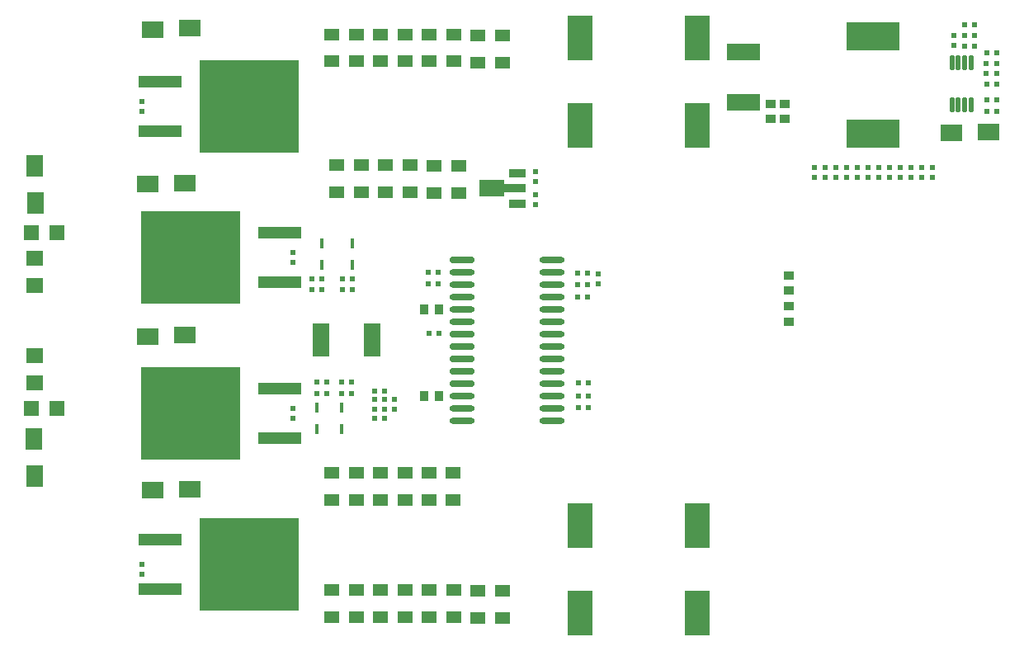
<source format=gtp>
G04*
G04 #@! TF.GenerationSoftware,Altium Limited,Altium Designer,18.1.7 (191)*
G04*
G04 Layer_Color=8421504*
%FSLAX44Y44*%
%MOMM*%
G71*
G01*
G75*
%ADD18O,2.6000X0.7000*%
%ADD19O,2.6000X0.6604*%
%ADD20R,0.6000X0.6000*%
%ADD21R,1.8000X1.6000*%
%ADD22R,0.9800X0.9300*%
%ADD23R,3.4000X1.8000*%
%ADD24R,10.1600X9.5000*%
%ADD25R,4.5000X1.2500*%
%ADD26R,2.2000X1.8000*%
%ADD27R,0.4500X1.0000*%
%ADD28R,0.9300X0.9800*%
%ADD29R,1.5000X1.2000*%
%ADD30R,2.5000X4.6000*%
%ADD31R,1.5000X1.5000*%
%ADD32R,2.6000X1.7000*%
%ADD33R,1.7000X0.9000*%
%ADD34R,2.5000X0.9000*%
G04:AMPARAMS|DCode=35|XSize=1.47mm|YSize=0.48mm|CornerRadius=0.06mm|HoleSize=0mm|Usage=FLASHONLY|Rotation=90.000|XOffset=0mm|YOffset=0mm|HoleType=Round|Shape=RoundedRectangle|*
%AMROUNDEDRECTD35*
21,1,1.4700,0.3600,0,0,90.0*
21,1,1.3500,0.4800,0,0,90.0*
1,1,0.1200,0.1800,0.6750*
1,1,0.1200,0.1800,-0.6750*
1,1,0.1200,-0.1800,-0.6750*
1,1,0.1200,-0.1800,0.6750*
%
%ADD35ROUNDEDRECTD35*%
%ADD36R,5.4000X2.9000*%
%ADD37R,0.6000X0.6000*%
%ADD38R,1.8000X3.4000*%
%ADD39R,1.8000X2.2000*%
D18*
X1189000Y627550D02*
D03*
Y551350D02*
D03*
Y538650D02*
D03*
Y525950D02*
D03*
Y513250D02*
D03*
Y500550D02*
D03*
D19*
Y614850D02*
D03*
Y602150D02*
D03*
Y589450D02*
D03*
Y576750D02*
D03*
Y564050D02*
D03*
Y487850D02*
D03*
Y475150D02*
D03*
Y462450D02*
D03*
X1281000Y627550D02*
D03*
Y614850D02*
D03*
Y602150D02*
D03*
Y589450D02*
D03*
Y576750D02*
D03*
Y564050D02*
D03*
Y551350D02*
D03*
Y538650D02*
D03*
Y525950D02*
D03*
Y513250D02*
D03*
Y500550D02*
D03*
Y487850D02*
D03*
Y475150D02*
D03*
Y462450D02*
D03*
D20*
X1098920Y484000D02*
D03*
X1109080D02*
D03*
X1317080Y589000D02*
D03*
X1306920D02*
D03*
X1317080Y602000D02*
D03*
X1306920D02*
D03*
X1318080Y488000D02*
D03*
X1307920D02*
D03*
X1098920Y474000D02*
D03*
X1109080D02*
D03*
X1164080Y615000D02*
D03*
X1153920D02*
D03*
X1050000Y502000D02*
D03*
X1039840D02*
D03*
X1050000Y490000D02*
D03*
X1039840D02*
D03*
X1045080Y597000D02*
D03*
X1034920D02*
D03*
X1045080Y608000D02*
D03*
X1034920D02*
D03*
X1075080Y502000D02*
D03*
X1064920D02*
D03*
X1075080Y490000D02*
D03*
X1064920D02*
D03*
X1076080Y597000D02*
D03*
X1065920D02*
D03*
X1076080Y608000D02*
D03*
X1065920D02*
D03*
X1165080Y552000D02*
D03*
X1154920D02*
D03*
X1317080Y614000D02*
D03*
X1306920D02*
D03*
X1318080Y476000D02*
D03*
X1307920D02*
D03*
X1153920Y603000D02*
D03*
X1164080D02*
D03*
X1098920Y465000D02*
D03*
X1109080D02*
D03*
X1098920Y493000D02*
D03*
X1109080D02*
D03*
X1737080Y808000D02*
D03*
X1726920D02*
D03*
X1737080Y780000D02*
D03*
X1726920D02*
D03*
Y792000D02*
D03*
X1737080D02*
D03*
X1726920Y840000D02*
D03*
X1737080D02*
D03*
X1703920Y847000D02*
D03*
X1714080D02*
D03*
Y858000D02*
D03*
X1703920D02*
D03*
X1703920Y869000D02*
D03*
X1714080D02*
D03*
X1318080Y501000D02*
D03*
X1307920D02*
D03*
D21*
X750000Y629000D02*
D03*
Y601000D02*
D03*
Y501000D02*
D03*
Y529000D02*
D03*
D22*
X1524000Y579700D02*
D03*
Y564300D02*
D03*
X1505000Y772300D02*
D03*
Y787700D02*
D03*
X1520000Y772300D02*
D03*
Y787700D02*
D03*
X1524000Y611700D02*
D03*
Y596300D02*
D03*
D23*
X1477000Y789000D02*
D03*
Y841000D02*
D03*
D24*
X910000Y630000D02*
D03*
X970000Y785000D02*
D03*
X910000Y470000D02*
D03*
X970000Y315000D02*
D03*
D25*
X1001440Y604600D02*
D03*
Y655400D02*
D03*
X878560Y810400D02*
D03*
Y759600D02*
D03*
X1001440Y444600D02*
D03*
Y495400D02*
D03*
X878560Y340400D02*
D03*
Y289600D02*
D03*
D26*
X866000Y705000D02*
D03*
X904000Y706000D02*
D03*
X1729000Y759000D02*
D03*
X1691000Y758000D02*
D03*
X871000Y864000D02*
D03*
X909000Y865000D02*
D03*
X904000Y550000D02*
D03*
X866000Y549000D02*
D03*
X871000Y391000D02*
D03*
X909000Y392000D02*
D03*
D27*
X1076000Y622000D02*
D03*
Y644000D02*
D03*
X1040000Y476000D02*
D03*
Y454000D02*
D03*
X1045000Y622000D02*
D03*
Y644000D02*
D03*
X1065000Y476000D02*
D03*
Y454000D02*
D03*
D28*
X1164700Y488000D02*
D03*
X1149300D02*
D03*
X1149300Y577000D02*
D03*
X1164700D02*
D03*
D29*
X1080000Y858954D02*
D03*
Y831046D02*
D03*
X1160000Y696046D02*
D03*
Y723954D02*
D03*
X1055034Y289002D02*
D03*
Y261094D02*
D03*
X1230000Y260046D02*
D03*
Y287954D02*
D03*
X1054968Y408906D02*
D03*
Y380998D02*
D03*
X1079968Y408906D02*
D03*
Y380998D02*
D03*
X1129967Y408906D02*
D03*
Y380998D02*
D03*
X1105000Y858954D02*
D03*
Y831046D02*
D03*
X1055000Y858954D02*
D03*
Y831046D02*
D03*
X1179000Y408954D02*
D03*
Y381046D02*
D03*
X1185000Y696046D02*
D03*
Y723954D02*
D03*
X1104967Y408906D02*
D03*
Y380998D02*
D03*
X1205000Y260046D02*
D03*
Y287954D02*
D03*
X1154967Y408906D02*
D03*
Y380998D02*
D03*
X1180000Y261046D02*
D03*
Y288954D02*
D03*
X1155033Y261094D02*
D03*
Y289002D02*
D03*
X1130034Y261094D02*
D03*
Y289002D02*
D03*
X1105034Y261094D02*
D03*
Y289002D02*
D03*
X1080034Y261094D02*
D03*
Y289002D02*
D03*
X1130000Y858954D02*
D03*
Y831046D02*
D03*
X1155000Y858954D02*
D03*
Y831046D02*
D03*
X1180000Y858954D02*
D03*
Y831046D02*
D03*
X1135000Y697046D02*
D03*
Y724954D02*
D03*
X1110000Y697046D02*
D03*
Y724954D02*
D03*
X1085000Y697046D02*
D03*
Y724954D02*
D03*
X1060000Y697046D02*
D03*
Y724954D02*
D03*
X1205000Y857954D02*
D03*
Y830046D02*
D03*
X1229966Y857906D02*
D03*
Y829998D02*
D03*
D30*
X1430000Y765000D02*
D03*
Y855000D02*
D03*
X1310000Y355000D02*
D03*
Y265000D02*
D03*
X1430000Y355000D02*
D03*
Y265000D02*
D03*
X1310000Y765000D02*
D03*
Y855000D02*
D03*
D31*
X772954Y655000D02*
D03*
X747046D02*
D03*
X772954Y475000D02*
D03*
X747046D02*
D03*
D32*
X1219000Y701000D02*
D03*
D33*
X1245000Y716000D02*
D03*
Y685000D02*
D03*
D34*
X1241000Y701000D02*
D03*
D35*
X1691250Y786500D02*
D03*
X1697750D02*
D03*
X1704250D02*
D03*
X1710750D02*
D03*
Y829500D02*
D03*
X1704250D02*
D03*
X1697750D02*
D03*
X1691250D02*
D03*
D36*
X1610000Y857000D02*
D03*
Y757000D02*
D03*
D37*
X1671000Y722080D02*
D03*
Y711920D02*
D03*
X1015000Y475080D02*
D03*
Y464920D02*
D03*
Y624920D02*
D03*
Y635080D02*
D03*
X860000Y790080D02*
D03*
Y779920D02*
D03*
Y304920D02*
D03*
Y315080D02*
D03*
X1119000Y473920D02*
D03*
Y484080D02*
D03*
X1264000Y707920D02*
D03*
Y718080D02*
D03*
Y694080D02*
D03*
Y683920D02*
D03*
X1627000Y711920D02*
D03*
Y722080D02*
D03*
X1616000Y711920D02*
D03*
Y722080D02*
D03*
X1605000Y712000D02*
D03*
Y722160D02*
D03*
X1594000Y711920D02*
D03*
Y722080D02*
D03*
X1583000Y711920D02*
D03*
Y722080D02*
D03*
X1693000Y847920D02*
D03*
Y858080D02*
D03*
X1572000Y722080D02*
D03*
Y711920D02*
D03*
X1550000Y722080D02*
D03*
Y711920D02*
D03*
X1737000Y829080D02*
D03*
Y818920D02*
D03*
X1726000Y829080D02*
D03*
Y818920D02*
D03*
X1561000Y711920D02*
D03*
Y722080D02*
D03*
X1638000Y722080D02*
D03*
Y711920D02*
D03*
X1649000Y722080D02*
D03*
Y711920D02*
D03*
X1660000Y722080D02*
D03*
Y711920D02*
D03*
X1328000Y602920D02*
D03*
Y613080D02*
D03*
D38*
X1044000Y545000D02*
D03*
X1096000D02*
D03*
D39*
X751000Y686000D02*
D03*
X750000Y724000D02*
D03*
X749000Y444000D02*
D03*
X750000Y406000D02*
D03*
M02*

</source>
